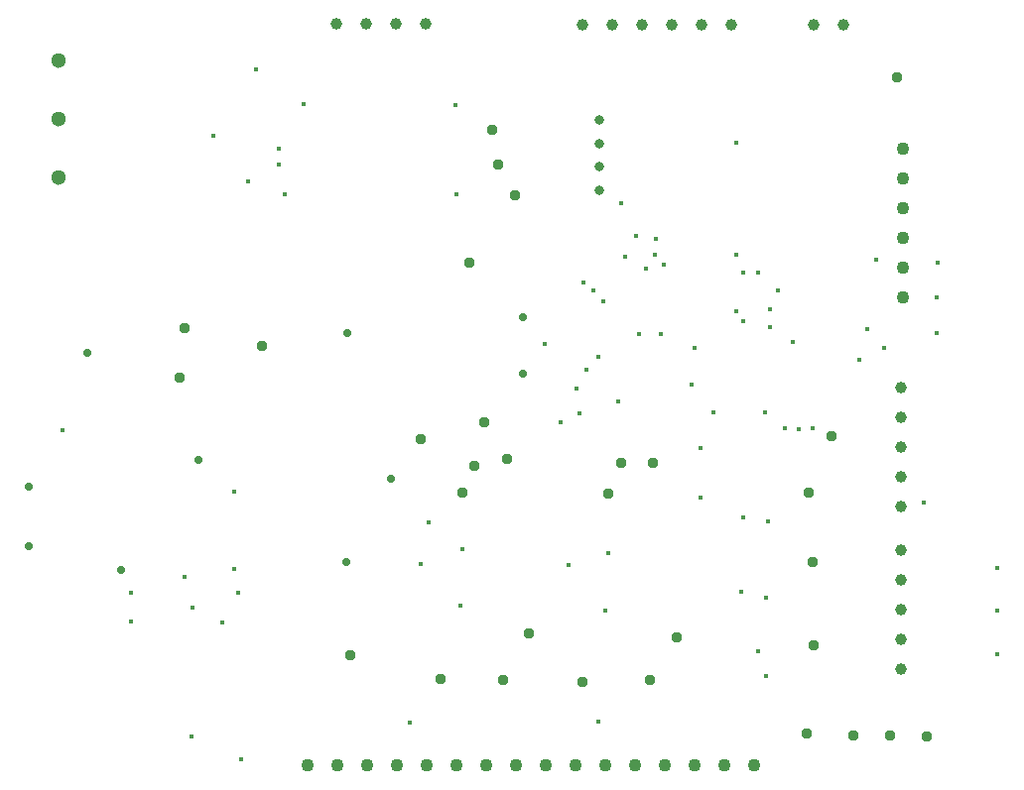
<source format=gbr>
%TF.GenerationSoftware,Altium Limited,Altium Designer,24.7.2 (38)*%
G04 Layer_Color=0*
%FSLAX45Y45*%
%MOMM*%
%TF.SameCoordinates,313A2AA4-CFAA-4B56-AAC7-ADE98D6BBF51*%
%TF.FilePolarity,Positive*%
%TF.FileFunction,Plated,1,2,PTH,Drill*%
%TF.Part,Single*%
G01*
G75*
%TA.AperFunction,ComponentDrill*%
%ADD104C,1.10000*%
%ADD105C,0.95000*%
%ADD106C,0.95000*%
%ADD107C,0.70000*%
%ADD108C,1.00000*%
%ADD109C,0.80000*%
%ADD110C,1.30000*%
%ADD111C,1.00000*%
%ADD112C,1.10000*%
%TA.AperFunction,ViaDrill,NotFilled*%
%ADD113C,0.40000*%
%ADD114C,0.71120*%
D104*
X7667500Y4731000D02*
D03*
Y5239000D02*
D03*
Y5493000D02*
D03*
Y4985000D02*
D03*
Y4477000D02*
D03*
Y4223000D02*
D03*
D105*
X4289984Y2835000D02*
D03*
X1545000Y3952500D02*
D03*
X5742500Y1312492D02*
D03*
X5533750Y2803750D02*
D03*
X5267500Y2805000D02*
D03*
X5512500Y947500D02*
D03*
X4260000Y952500D02*
D03*
X4478726Y1350000D02*
D03*
X4009984Y2781656D02*
D03*
X3975000Y4517500D02*
D03*
X6847500Y490000D02*
D03*
D106*
X3555000Y3005000D02*
D03*
X7060000Y3035000D02*
D03*
X6867500Y2552500D02*
D03*
X7622500Y6100000D02*
D03*
X2205000Y3807500D02*
D03*
X6912500Y1247500D02*
D03*
X2955000Y1162500D02*
D03*
X7562500Y477500D02*
D03*
X4100000Y3152500D02*
D03*
X7250000Y477500D02*
D03*
X6897500Y1955000D02*
D03*
X1502500Y3530000D02*
D03*
X5155000Y2545000D02*
D03*
X4932233Y936234D02*
D03*
X3722500Y957500D02*
D03*
X3909984Y2550000D02*
D03*
X4167500Y5652500D02*
D03*
X4215000Y5352500D02*
D03*
X4357500Y5090000D02*
D03*
X7872500Y465000D02*
D03*
D107*
X4427500Y3566000D02*
D03*
Y4054000D02*
D03*
D108*
X7167000Y6550000D02*
D03*
X6913000D02*
D03*
X6203500Y6550000D02*
D03*
X5949500D02*
D03*
X5695500D02*
D03*
X5441500D02*
D03*
X5187500D02*
D03*
X4933500D02*
D03*
X3600000Y6552500D02*
D03*
X3346000D02*
D03*
X3092000D02*
D03*
X2838000D02*
D03*
D109*
X5082496Y5135000D02*
D03*
Y5335000D02*
D03*
Y5735000D02*
D03*
Y5535000D02*
D03*
D110*
X467498Y5242552D02*
D03*
Y6242550D02*
D03*
Y5742551D02*
D03*
D111*
X7655000Y3448000D02*
D03*
Y3194000D02*
D03*
Y2432000D02*
D03*
Y2686000D02*
D03*
Y2940000D02*
D03*
Y2058000D02*
D03*
Y1804000D02*
D03*
Y1042000D02*
D03*
Y1296000D02*
D03*
Y1550000D02*
D03*
D112*
X5135000Y227000D02*
D03*
X5389000D02*
D03*
X5643000D02*
D03*
X6151000D02*
D03*
X6405000D02*
D03*
X5897000D02*
D03*
X4881000D02*
D03*
X4627000D02*
D03*
X4373000D02*
D03*
X4119000D02*
D03*
X3865000D02*
D03*
X3611000D02*
D03*
X3357000D02*
D03*
X3103000D02*
D03*
X2849000D02*
D03*
X2595000D02*
D03*
D113*
X6537500Y3962500D02*
D03*
X6307301Y4019126D02*
D03*
X6245000Y4104142D02*
D03*
X5135000Y1547500D02*
D03*
X3895000Y1585000D02*
D03*
X3620000Y2300000D02*
D03*
X5397500Y4742500D02*
D03*
X4972500Y3600000D02*
D03*
X4912500Y3230000D02*
D03*
X1607600Y1570000D02*
D03*
X500000Y3082500D02*
D03*
X4612500Y3821250D02*
D03*
X6437500Y4430000D02*
D03*
X6310000D02*
D03*
X5070400Y596110D02*
D03*
X5072604Y3712604D02*
D03*
X6897500Y3100000D02*
D03*
X6662500D02*
D03*
X4882500Y3437500D02*
D03*
X5242500Y3327500D02*
D03*
X1967500Y2557500D02*
D03*
X5607500Y3907500D02*
D03*
X5632426Y4497071D02*
D03*
X6055000Y3237500D02*
D03*
X5865000Y3472500D02*
D03*
X5890000Y3790000D02*
D03*
X5422500Y3910000D02*
D03*
X1967500Y1900000D02*
D03*
X5267500Y5020000D02*
D03*
X6535000Y4117500D02*
D03*
X7367500Y3950000D02*
D03*
X6782500Y3095000D02*
D03*
X4752500Y3152500D02*
D03*
X6290000Y1702500D02*
D03*
X6435000Y1200000D02*
D03*
X6500000Y984589D02*
D03*
X6305000Y2340000D02*
D03*
X7845000Y2465000D02*
D03*
X6497500Y3235000D02*
D03*
X5555000Y4580000D02*
D03*
X5297500Y4567500D02*
D03*
X6247500Y5540000D02*
D03*
Y4580000D02*
D03*
X5475000Y4465000D02*
D03*
X5560000Y4717500D02*
D03*
X7440000Y4542500D02*
D03*
X6607500Y4282500D02*
D03*
X7962500Y4217500D02*
D03*
X5942500Y2935000D02*
D03*
X7967500Y4515000D02*
D03*
X7962500Y3917500D02*
D03*
X5110000Y4187500D02*
D03*
X5032500Y4275000D02*
D03*
X4942500Y4350000D02*
D03*
X7512500Y3785098D02*
D03*
X3860000Y5097508D02*
D03*
X5942500Y2507500D02*
D03*
X1542500Y1827500D02*
D03*
X1862500Y1440000D02*
D03*
X2002500Y1695000D02*
D03*
X1087500Y1447500D02*
D03*
Y1697500D02*
D03*
X2022500Y270000D02*
D03*
X1597500Y472500D02*
D03*
X6727500Y3840000D02*
D03*
X7297500Y3685000D02*
D03*
X8472516Y1171250D02*
D03*
Y1543750D02*
D03*
X8475016Y1911250D02*
D03*
X3465000Y590000D02*
D03*
X4817500Y1930000D02*
D03*
X3560000Y1940000D02*
D03*
X6517089Y2309573D02*
D03*
X6504589Y1657089D02*
D03*
X5155000Y2032500D02*
D03*
X3909984Y2070000D02*
D03*
X3852500Y5862500D02*
D03*
X2557500Y5867500D02*
D03*
X2397500Y5097500D02*
D03*
X2345000Y5492500D02*
D03*
X2342500Y5350000D02*
D03*
X2085000Y5210000D02*
D03*
X1785000Y5595000D02*
D03*
X2147500Y6162500D02*
D03*
D114*
X707500Y3747500D02*
D03*
X2930000Y3912500D02*
D03*
X2917500Y1955000D02*
D03*
X1002500Y1892500D02*
D03*
X1657500Y2827500D02*
D03*
X212500Y2602500D02*
D03*
X210000Y2092500D02*
D03*
X3302500Y2667500D02*
D03*
%TF.MD5,217f0e77775b4c5c0a7404a7d6cb8363*%
M02*

</source>
